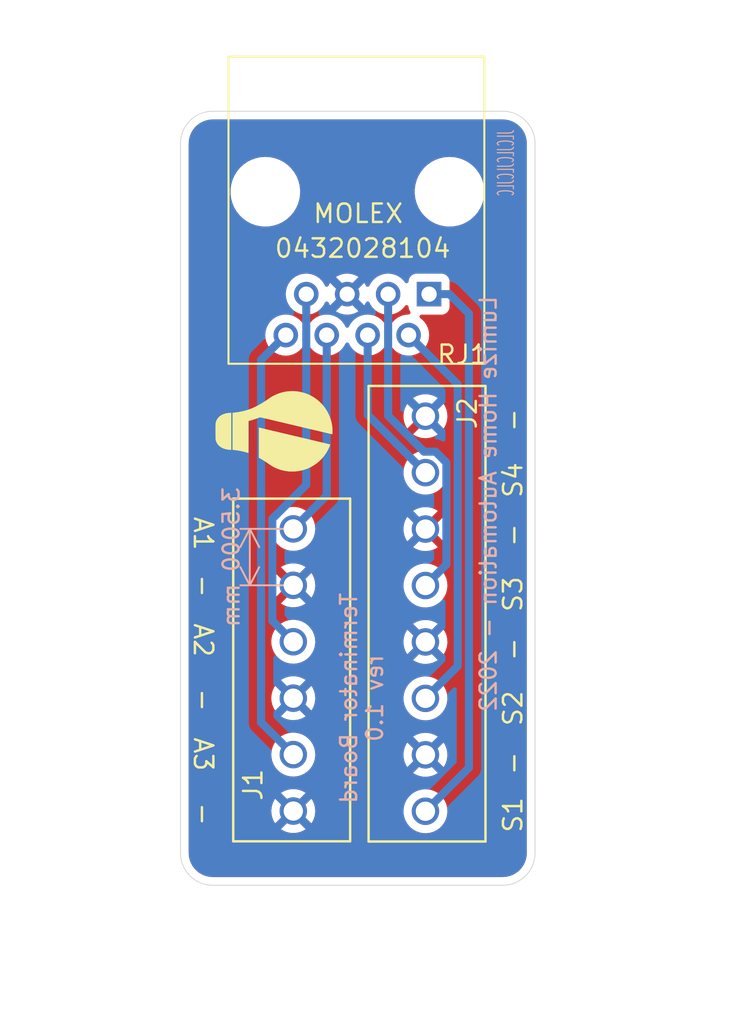
<source format=kicad_pcb>
(kicad_pcb (version 20211014) (generator pcbnew)
  (layers (0 "F.Cu" signal) (31 "B.Cu" signal) (34 "B.Paste" user) (35 "F.Paste" user) (36 "B.SilkS" user "B.Silkscreen") (37 "F.SilkS" user "F.Silkscreen") (38 "B.Mask" user) (39 "F.Mask" user) (44 "Edge.Cuts" user))
  (net 0 "")
  (net 1 "AUX3")
  (net 2 "SW1")
  (net 3 "GND")
  (net 4 "SW4")
  (net 5 "AUX2")
  (net 6 "AUX1")
  (net 7 "SW3")
  (net 8 "SW2")
  (footprint "easyeda:CONN8_1776275-8" (layer "F.Cu") (at 115.2 93.412 90)
    (fp_text reference "J1" (at 0.562 -10.7 -90) (layer "F.SilkS") (effects (font (size 1.143 1.143) (thickness 0.152)) (justify left)))
    (fp_text value "*")
    (fp_line (start -1.877 3.727) (end 26.377 3.727) (layer "F.SilkS") (width 0.152))
    (fp_line (start 26.377 -3.527) (end -1.877 -3.527) (layer "F.SilkS") (width 0.152))
    (fp_line (start -1.877 -3.527) (end -1.877 3.727) (layer "F.SilkS") (width 0.152))
    (fp_line (start 26.377 3.727) (end 26.377 -3.527) (layer "F.SilkS") (width 0.152))
    (pad "1" thru_hole circle locked (at 0 0 90) (size 1.702 1.702) (drill oval 1.194 1.199) (layers *.Cu *.Paste *.Mask) (net 2 "SW1"))
    (pad "2" thru_hole circle locked (at 3.5 0 90) (size 1.702 1.702) (drill oval 1.194 1.199) (layers *.Cu *.Paste *.Mask) (net 3 "GND"))
    (pad "3" thru_hole circle locked (at 7 0 90) (size 1.702 1.702) (drill oval 1.194 1.199) (layers *.Cu *.Paste *.Mask) (net 8 "SW2"))
    (pad "4" thru_hole circle locked (at 10.5 0 90) (size 1.702 1.702) (drill oval 1.194 1.199) (layers *.Cu *.Paste *.Mask) (net 3 "GND"))
    (pad "5" thru_hole circle locked (at 14 0 90) (size 1.702 1.702) (drill oval 1.194 1.199) (layers *.Cu *.Paste *.Mask) (net 7 "SW3"))
    (pad "6" thru_hole circle locked (at 17.5 0 90) (size 1.702 1.702) (drill oval 1.194 1.199) (layers *.Cu *.Paste *.Mask) (net 3 "GND"))
    (pad "7" thru_hole circle locked (at 21 0 90) (size 1.702 1.702) (drill oval 1.194 1.199) (layers *.Cu *.Paste *.Mask) (net 4 "SW4"))
    (pad "8" thru_hole circle locked (at 24.5 0 90) (size 1.702 1.702) (drill oval 1.194 1.199) (layers *.Cu *.Paste *.Mask) (net 3 "GND"))
  )
  (footprint "easyeda:RJ45-TH_0432028104" (layer "F.Cu") (at 110.98 62.612 180)
    (fp_text reference "RJ1" (at -4.859 -2.478) (layer "F.SilkS") (effects (font (size 1.143 1.143) (thickness 0.152)) (justify left)))
    (fp_text value "0432028104" hide)
    (fp_line (start 8.001 16.002) (end 8.001 -3.048) (layer "F.SilkS") (width 0.129))
    (fp_line (start -7.874 -3.048) (end -7.874 16.002) (layer "F.SilkS") (width 0.129))
    (fp_line (start 8.001 -3.048) (end -7.874 -3.048) (layer "F.SilkS") (width 0.129))
    (fp_line (start -7.874 16.002) (end 7.879 16.002) (layer "F.SilkS") (width 0.129))
    (pad "" np_thru_hole circle locked (at 5.715 7.62) (size 3.3 3.3) (drill 3.3) (layers *.Cu *.Mask))
    (pad "" np_thru_hole circle locked (at -5.715 7.62) (size 3.3 3.3) (drill 3.3) (layers *.Cu *.Mask))
    (pad "1" thru_hole rect locked (at -4.445 1.27 180) (size 1.524 1.524) (drill 0.95) (layers *.Cu *.Paste *.Mask) (net 2 "SW1"))
    (pad "2" thru_hole circle locked (at -3.175 -1.27 180) (size 1.524 1.524) (drill 0.95) (layers *.Cu *.Paste *.Mask) (net 8 "SW2"))
    (pad "3" thru_hole circle locked (at -1.905 1.27 180) (size 1.524 1.524) (drill 0.95) (layers *.Cu *.Paste *.Mask) (net 7 "SW3"))
    (pad "4" thru_hole circle locked (at -0.635 -1.27 180) (size 1.524 1.524) (drill 0.95) (layers *.Cu *.Paste *.Mask) (net 4 "SW4"))
    (pad "5" thru_hole circle locked (at 0.635 1.27 180) (size 1.524 1.524) (drill 0.95) (layers *.Cu *.Paste *.Mask) (net 3 "GND"))
    (pad "6" thru_hole circle locked (at 1.905 -1.27 180) (size 1.524 1.524) (drill 0.95) (layers *.Cu *.Paste *.Mask) (net 6 "AUX1"))
    (pad "7" thru_hole circle locked (at 3.175 1.27 180) (size 1.524 1.524) (drill 0.95) (layers *.Cu *.Paste *.Mask) (net 5 "AUX2"))
    (pad "8" thru_hole circle locked (at 4.445 -1.27 180) (size 1.524 1.524) (drill 0.95) (layers *.Cu *.Paste *.Mask) (net 1 "AUX3"))
  )
  (footprint "easyeda:CONN6_1776275-6" (layer "F.Cu") (at 107 75.9 -90)
    (fp_text reference "J2" (at -8.25 -10.8 -90) (layer "F.SilkS") (effects (font (size 1.143 1.143) (thickness 0.152)) (justify right)))
    (fp_text value "*")
    (fp_line (start -1.877 -3.527) (end -1.877 3.727) (layer "F.SilkS") (width 0.152))
    (fp_line (start 19.377 3.727) (end 19.377 -3.527) (layer "F.SilkS") (width 0.152))
    (fp_line (start 19.377 -3.527) (end -1.877 -3.527) (layer "F.SilkS") (width 0.152))
    (fp_line (start -1.877 3.727) (end 19.377 3.727) (layer "F.SilkS") (width 0.152))
    (pad "1" thru_hole circle locked (at 0 0 270) (size 1.702 1.702) (drill oval 1.194 1.199) (layers *.Cu *.Paste *.Mask) (net 6 "AUX1"))
    (pad "2" thru_hole circle locked (at 3.5 0 270) (size 1.702 1.702) (drill oval 1.194 1.199) (layers *.Cu *.Paste *.Mask) (net 3 "GND"))
    (pad "3" thru_hole circle locked (at 7 0 270) (size 1.702 1.702) (drill oval 1.194 1.199) (layers *.Cu *.Paste *.Mask) (net 5 "AUX2"))
    (pad "4" thru_hole circle locked (at 10.5 0 270) (size 1.702 1.702) (drill oval 1.194 1.199) (layers *.Cu *.Paste *.Mask) (net 3 "GND"))
    (pad "5" thru_hole circle locked (at 14 0 270) (size 1.702 1.702) (drill oval 1.194 1.199) (layers *.Cu *.Paste *.Mask) (net 1 "AUX3"))
    (pad "6" thru_hole circle locked (at 17.5 0 270) (size 1.702 1.702) (drill oval 1.194 1.199) (layers *.Cu *.Paste *.Mask) (net 3 "GND"))
  )
  (footprint "Logo:Lumize_Logo_Small" (layer "F.Cu") (at 105.8 69.85 -90)
    (fp_text reference "G***" hide)
    (fp_text value "LOGO" hide)
    (fp_poly (pts (xy 1.146628 2.684374) (xy 1.145171 2.723789) (xy 1.141152 2.772808) (xy 1.135098 2.826854) (xy 1.127538 2.88135) (xy 1.118998 2.931717) (xy 1.116843 2.942771) (xy 1.088532 3.055435) (xy 1.050782 3.159825) (xy 1.004124 3.255218) (xy 0.949088 3.340889) (xy 0.886204 3.416113) (xy 0.816 3.480167) (xy 0.739008 3.532326) (xy 0.657173 3.571321) (xy 0.630617 3.581616) (xy 0.607372 3.590489) (xy 0.586173 3.598048) (xy 0.565753 3.604404) (xy 0.544849 3.609664) (xy 0.522194 3.613939) (xy 0.496523 3.617336) (xy 0.466571 3.619965) (xy 0.431073 3.621935) (xy 0.388763 3.623355) (xy 0.338376 3.624333) (xy 0.278647 3.624979) (xy 0.208311 3.625402) (xy 0.126101 3.62571) (xy 0.030754 3.626013) (xy 0.021771 3.626043) (xy -0.078964 3.626312) (xy -0.166183 3.626389) (xy -0.240883 3.626258) (xy -0.304063 3.625904) (xy -0.356719 3.625312) (xy -0.399848 3.624465) (xy -0.434449 3.623349) (xy -0.461518 3.621947) (xy -0.482053 3.620245) (xy -0.497052 3.618227) (xy -0.498524 3.617963) (xy -0.600917 3.592312) (xy -0.695023 3.554773) (xy -0.78072 3.505458) (xy -0.857885 3.444478) (xy -0.926395 3.371946) (xy -0.986128 3.287973) (xy -1.036962 3.192672) (xy -1.078054 3.088311) (xy -1.10011 3.013001) (xy -1.118829 2.93049) (xy -1.133375 2.845702) (xy -1.142913 2.763558) (xy -1.146611 2.688982) (xy -1.146629 2.683882) (xy -1.146629 2.648857) (xy 1.146628 2.648857) (xy 1.146628 2.684374)) (layer "F.SilkS") (width 0.01) (fill solid))
    (fp_poly (pts (xy 0.824658 -3.488529) (xy 0.844013 -3.482512) (xy 0.872804 -3.47212) (xy 0.909105 -3.458084) (xy 0.95099 -3.441135) (xy 0.996533 -3.422004) (xy 1.012306 -3.415219) (xy 1.177498 -3.335902) (xy 1.336012 -3.244093) (xy 1.487161 -3.14052) (xy 1.630259 -3.025911) (xy 1.764618 -2.900995) (xy 1.889552 -2.766498) (xy 2.004374 -2.62315) (xy 2.108398 -2.471678) (xy 2.200935 -2.31281) (xy 2.2813 -2.147275) (xy 2.335662 -2.012451) (xy 2.394728 -1.831441) (xy 2.43991 -1.647723) (xy 2.471209 -1.462114) (xy 2.488624 -1.275428) (xy 2.492154 -1.088481) (xy 2.4818 -0.902088) (xy 2.457562 -0.717066) (xy 2.41944 -0.534229) (xy 2.367433 -0.354393) (xy 2.335859 -0.264886) (xy 2.304733 -0.185135) (xy 2.272607 -0.110013) (xy 2.238312 -0.037407) (xy 2.200675 0.034798) (xy 2.158526 0.108712) (xy 2.110692 0.18645) (xy 2.056003 0.270124) (xy 1.993287 0.361847) (xy 1.969735 0.395514) (xy 1.93341 0.448373) (xy 1.892104 0.510477) (xy 1.847977 0.578437) (xy 1.803187 0.648861) (xy 1.759894 0.718359) (xy 1.720256 0.78354) (xy 1.689977 0.834871) (xy 1.631356 0.936171) (xy 0.698717 0.936171) (xy 0.563335 0.936167) (xy 0.441732 0.936148) (xy 0.333172 0.936103) (xy 0.236918 0.93602) (xy 0.152235 0.935889) (xy 0.078388 0.935699) (xy 0.01464 0.935439) (xy -0.039745 0.935097) (xy -0.085501 0.934663) (xy -0.123366 0.934126) (xy -0.154075 0.933475) (xy -0.178363 0.932698) (xy -0.196967 0.931785) (xy -0.210622 0.930725) (xy -0.220065 0.929507) (xy -0.22603 0.92812) (xy -0.229254 0.926552) (xy -0.230473 0.924793) (xy -0.230422 0.922832) (xy -0.23029 0.922284) (xy -0.228347 0.914194) (xy -0.223186 0.89252) (xy -0.214936 0.857804) (xy -0.203725 0.810586) (xy -0.189682 0.751406) (xy -0.172934 0.680804) (xy -0.15361 0.599322) (xy -0.131837 0.5075) (xy -0.107744 0.405877) (xy -0.081458 0.294995) (xy -0.053109 0.175394) (xy -0.022823 0.047614) (xy 0.00927 -0.087804) (xy 0.043043 -0.23032) (xy 0.078368 -0.379393) (xy 0.115116 -0.534483) (xy 0.15316 -0.695049) (xy 0.192371 -0.860551) (xy 0.232621 -1.030449) (xy 0.273783 -1.204201) (xy 0.293949 -1.28933) (xy 0.335476 -1.464616) (xy 0.376146 -1.636241) (xy 0.41583 -1.803668) (xy 0.454402 -1.966361) (xy 0.491734 -2.123783) (xy 0.527698 -2.275397) (xy 0.562167 -2.420667) (xy 0.595013 -2.559056) (xy 0.626109 -2.690027) (xy 0.655327 -2.813044) (xy 0.682539 -2.927569) (xy 0.707619 -3.033066) (xy 0.730439 -3.128999) (xy 0.750871 -3.21483) (xy 0.768787 -3.290022) (xy 0.784061 -3.35404) (xy 0.796564 -3.406347) (xy 0.806169 -3.446405) (xy 0.812749 -3.473678) (xy 0.816175 -3.487629) (xy 0.816666 -3.48944) (xy 0.824658 -3.488529)) (layer "F.SilkS") (width 0.01) (fill solid))
    (fp_poly (pts (xy 0.021625 -3.624644) (xy 0.069914 -3.624219) (xy 0.111528 -3.623531) (xy 0.144579 -3.622621) (xy 0.167177 -3.621531) (xy 0.177434 -3.620304) (xy 0.177792 -3.62011) (xy 0.176521 -3.612753) (xy 0.17202 -3.591806) (xy 0.164414 -3.557803) (xy 0.153828 -3.511274) (xy 0.140386 -3.452753) (xy 0.124212 -3.382772) (xy 0.105432 -3.301862) (xy 0.084171 -3.210556) (xy 0.060552 -3.109385) (xy 0.034701 -2.998883) (xy 0.006743 -2.879581) (xy -0.023199 -2.752011) (xy -0.054999 -2.616706) (xy -0.088533 -2.474198) (xy -0.123676 -2.325019) (xy -0.160303 -2.1697) (xy -0.198289 -2.008775) (xy -0.237511 -1.842775) (xy -0.277843 -1.672232) (xy -0.319161 -1.49768) (xy -0.348332 -1.374533) (xy -0.398319 -1.163569) (xy -0.445064 -0.966265) (xy -0.488673 -0.782158) (xy -0.529252 -0.610785) (xy -0.566906 -0.451683) (xy -0.601743 -0.304389) (xy -0.633868 -0.168441) (xy -0.663388 -0.043375) (xy -0.690409 0.071271) (xy -0.715037 0.17596) (xy -0.737378 0.271155) (xy -0.757539 0.357319) (xy -0.775625 0.434914) (xy -0.791744 0.504404) (xy -0.806 0.566252) (xy -0.818501 0.62092) (xy -0.829353 0.668871) (xy -0.838661 0.710568) (xy -0.846532 0.746474) (xy -0.853073 0.777052) (xy -0.858389 0.802765) (xy -0.862586 0.824075) (xy -0.865772 0.841445) (xy -0.868051 0.855339) (xy -0.869531 0.866219) (xy -0.870317 0.874548) (xy -0.870516 0.880789) (xy -0.870233 0.885405) (xy -0.869576 0.888858) (xy -0.86865 0.891611) (xy -0.868442 0.892119) (xy -0.803345 1.054785) (xy -0.747834 1.209224) (xy -0.701216 1.35746) (xy -0.670252 1.471386) (xy -0.642305 1.582057) (xy 0.350909 1.582057) (xy 0.491181 1.582065) (xy 0.617646 1.582096) (xy 0.731008 1.582159) (xy 0.831975 1.582261) (xy 0.921254 1.582412) (xy 0.999549 1.58262) (xy 1.067568 1.582894) (xy 1.126017 1.583243) (xy 1.175602 1.583675) (xy 1.21703 1.584199) (xy 1.251007 1.584824) (xy 1.278239 1.585559) (xy 1.299432 1.586412) (xy 1.315294 1.587391) (xy 1.326529 1.588506) (xy 1.333845 1.589765) (xy 1.337947 1.591177) (xy 1.339543 1.59275) (xy 1.339459 1.594213) (xy 1.335963 1.604927) (xy 1.329179 1.627047) (xy 1.319869 1.658043) (xy 1.308794 1.695382) (xy 1.299 1.728722) (xy 1.248865 1.919642) (xy 1.207127 2.120488) (xy 1.174226 2.329048) (xy 1.165038 2.402114) (xy 1.160366 2.441766) (xy 1.155918 2.479447) (xy 1.152167 2.511159) (xy 1.149584 2.532905) (xy 1.149387 2.534557) (xy 1.145266 2.569029) (xy -0.000681 2.569029) (xy -0.128445 2.568995) (xy -0.252212 2.568896) (xy -0.371207 2.568735) (xy -0.484658 2.568516) (xy -0.591792 2.568243) (xy -0.691835 2.56792) (xy -0.784015 2.567549) (xy -0.867557 2.567136) (xy -0.941689 2.566683) (xy -1.005636 2.566194) (xy -1.058627 2.565672) (xy -1.099888 2.565123) (xy -1.128645 2.564548) (xy -1.144126 2.563952) (xy -1.14672 2.563586) (xy -1.147533 2.554923) (xy -1.149732 2.534289) (xy -1.153047 2.504132) (xy -1.157211 2.4669) (xy -1.161098 2.432568) (xy -1.191599 2.210435) (xy -1.231554 1.996445) (xy -1.280728 1.791658) (xy -1.338888 1.597131) (xy -1.357629 1.542143) (xy -1.419168 1.380911) (xy -1.492616 1.213691) (xy -1.577301 1.041735) (xy -1.672552 0.866297) (xy -1.777698 0.688628) (xy -1.892068 0.509982) (xy -1.977529 0.384629) (xy -2.022203 0.320368) (xy -2.059672 0.265555) (xy -2.091357 0.217961) (xy -2.118677 0.175361) (xy -2.143052 0.135527) (xy -2.165904 0.096232) (xy -2.18865 0.055249) (xy -2.19483 0.043844) (xy -2.277807 -0.124971) (xy -2.347223 -0.298097) (xy -2.403109 -0.474755) (xy -2.445496 -0.654167) (xy -2.474415 -0.835557) (xy -2.4899 -1.018145) (xy -2.491979 -1.201154) (xy -2.480687 -1.383807) (xy -2.456053 -1.565324) (xy -2.418109 -1.744928) (xy -2.366887 -1.921841) (xy -2.302418 -2.095286) (xy -2.224734 -2.264483) (xy -2.133866 -2.428656) (xy -2.092078 -2.49546) (xy -1.983249 -2.650315) (xy -1.863894 -2.795444) (xy -1.734611 -2.930444) (xy -1.595995 -3.054916) (xy -1.448643 -3.168457) (xy -1.293152 -3.270666) (xy -1.130119 -3.361142) (xy -0.960139 -3.439483) (xy -0.78381 -3.505289) (xy -0.601728 -3.558158) (xy -0.468086 -3.587855) (xy -0.408921 -3.598875) (xy -0.35578 -3.607528) (xy -0.305494 -3.614081) (xy -0.254896 -3.618802) (xy -0.200817 -3.621958) (xy -0.140089 -3.623818) (xy -0.069542 -3.62465) (xy -0.031451 -3.624762) (xy 0.021625 -3.624644)) (layer "F.SilkS") (width 0.01) (fill solid))
  )
  (gr_line (start 100 52) (end 100 96) (layer "Edge.Cuts") (width 0.05))
  (gr_line (start 102 98) (end 120 98) (layer "Edge.Cuts") (width 0.05))
  (gr_line (start 122 96) (end 122 52) (layer "Edge.Cuts") (width 0.05))
  (gr_line (start 102 50) (end 120 50) (layer "Edge.Cuts") (width 0.05))
  (gr_arc (start 102 98) (mid 100.585786 97.414214) (end 100 96) (layer "Edge.Cuts") (width 0.05))
  (gr_arc (start 122 96) (mid 121.414214 97.414214) (end 120 98) (layer "Edge.Cuts") (width 0.05))
  (gr_arc (start 120 50) (mid 121.414214 50.585786) (end 122 52) (layer "Edge.Cuts") (width 0.05))
  (gr_arc (start 100 52) (mid 100.585786 50.585786) (end 102 50) (layer "Edge.Cuts") (width 0.05))
  (gr_text "Lumize Home Automation - 2022" (at 119.1 74.35 90) (layer "B.SilkS") (effects (font (size 1 1)) (justify mirror)))
  (gr_text "Terminator Board\nrev 1.0" (at 111.25 86.4 90) (layer "B.SilkS") (effects (font (size 1 1)) (justify mirror)))
  (gr_text "JLCJLCJLCJLC" (at 120.2 53.2 90) (layer "B.SilkS") (effects (font (size 1 0.4) (thickness 0.07)) (justify mirror)))
  (gr_text "-" (at 101.416 78.633 -90) (layer "F.SilkS") (effects (font (size 1.143 1.143) (thickness 0.152)) (justify left)))
  (gr_text "A1" (at 101.417 75.055 -90) (layer "F.SilkS") (effects (font (size 1.143 1.143) (thickness 0.152)) (justify left)))
  (gr_text "-" (at 120.631 69.961 90) (layer "F.SilkS") (effects (font (size 1.143 1.143) (thickness 0.152)) (justify left)))
  (gr_text "S4" (at 120.631 74.061 90) (layer "F.SilkS") (effects (font (size 1.143 1.143) (thickness 0.152)) (justify left)))
  (gr_text "-" (at 120.631 77.092 90) (layer "F.SilkS") (effects (font (size 1.143 1.143) (thickness 0.152)) (justify left)))
  (gr_text "S3" (at 120.63 81.138 90) (layer "F.SilkS") (effects (font (size 1.143 1.143) (thickness 0.152)) (justify left)))
  (gr_text "-" (at 120.631 84.169 90) (layer "F.SilkS") (effects (font (size 1.143 1.143) (thickness 0.152)) (justify left)))
  (gr_text "S2" (at 120.631 88.216 90) (layer "F.SilkS") (effects (font (size 1.143 1.143) (thickness 0.152)) (justify left)))
  (gr_text "-" (at 120.631 91.245 90) (layer "F.SilkS") (effects (font (size 1.143 1.143) (thickness 0.152)) (justify left)))
  (gr_text "S1" (at 120.631 94.824 90) (layer "F.SilkS") (effects (font (size 1.143 1.143) (thickness 0.152)) (justify left)))
  (gr_text "-" (at 101.416 92.787 -90) (layer "F.SilkS") (effects (font (size 1.143 1.143) (thickness 0.152)) (justify left)))
  (gr_text "A3" (at 101.417 88.74 -90) (layer "F.SilkS") (effects (font (size 1.143 1.143) (thickness 0.152)) (justify left)))
  (gr_text "-" (at 101.416 85.71 -90) (layer "F.SilkS") (effects (font (size 1.143 1.143) (thickness 0.152)) (justify left)))
  (gr_text "A2" (at 101.417 81.663 -90) (layer "F.SilkS") (effects (font (size 1.143 1.143) (thickness 0.152)) (justify left)))
  (gr_text "MOLEX" (at 108.15 56.343) (layer "F.SilkS") (effects (font (size 1.143 1.143) (thickness 0.152)) (justify left)))
  (gr_text "0432028104" (at 105.76 58.502) (layer "F.SilkS") (effects (font (size 1.143 1.143) (thickness 0.152)) (justify left)))
  (dimension (type aligned) (layer "B.SilkS") (pts (xy 107 75.9) (xy 107 79.4)) (height 2.7) (gr_text "3.5000 mm" (at 103.15 77.65 90) (layer "B.SilkS") (effects (font (size 1 1) (thickness 0.15)) (justify mirror))) (format (units 2) (units_format 1) (precision 4)) (style (thickness 0.12) (arrow_length 1.27) (text_position_mode 0) (extension_height 0.58642) (extension_offset 0) keep_text_aligned))
  (segment (start 106.535 63.882) (end 104.998989 65.418011) (width 0.5) (layer "B.Cu") (net 1))
  (segment (start 104.998989 87.898989) (end 107 89.9) (width 0.5) (layer "B.Cu") (net 1))
  (segment (start 104.998989 65.418011) (end 104.998989 87.898989) (width 0.5) (layer "B.Cu") (net 1))
  (segment (start 115.714 61.342) (end 115.425 61.342) (width 0.5) (layer "B.Cu") (net 2))
  (segment (start 116.687 61.342) (end 117.901021 62.556021) (width 0.5) (layer "B.Cu") (net 2))
  (segment (start 115.425 61.342) (end 116.687 61.342) (width 0.5) (layer "B.Cu") (net 2))
  (segment (start 117.901021 90.710979) (end 115.2 93.412) (width 0.5) (layer "B.Cu") (net 2))
  (segment (start 117.901021 62.556021) (end 117.901021 90.710979) (width 0.5) (layer "B.Cu") (net 2))
  (segment (start 111.615 68.827) (end 115.2 72.412) (width 0.5) (layer "B.Cu") (net 4))
  (segment (start 111.615 63.882) (end 111.615 68.827) (width 0.5) (layer "B.Cu") (net 4))
  (segment (start 105.698999 75.275519) (end 105.698999 81.598999) (width 0.5) (layer "B.Cu") (net 5))
  (segment (start 105.698999 81.598999) (end 107 82.9) (width 0.5) (layer "B.Cu") (net 5))
  (segment (start 107.805 61.342) (end 107.805 73.169518) (width 0.5) (layer "B.Cu") (net 5))
  (segment (start 107.805 73.169518) (end 105.698999 75.275519) (width 0.5) (layer "B.Cu") (net 5))
  (segment (start 109.075 63.882) (end 109.075 73.825) (width 0.5) (layer "B.Cu") (net 6))
  (segment (start 109.075 73.825) (end 107 75.9) (width 0.5) (layer "B.Cu") (net 6))
  (segment (start 115.110999 71.110999) (end 115.824481 71.110999) (width 0.5) (layer "B.Cu") (net 7))
  (segment (start 115.824481 71.110999) (end 116.501001 71.787519) (width 0.5) (layer "B.Cu") (net 7))
  (segment (start 116.501001 78.110999) (end 115.2 79.412) (width 0.5) (layer "B.Cu") (net 7))
  (segment (start 112.885 68.885) (end 115.110999 71.110999) (width 0.5) (layer "B.Cu") (net 7))
  (segment (start 116.501001 71.787519) (end 116.501001 78.110999) (width 0.5) (layer "B.Cu") (net 7))
  (segment (start 112.885 61.342) (end 112.885 68.885) (width 0.5) (layer "B.Cu") (net 7))
  (segment (start 114.155 63.882) (end 114.155 63.924) (width 0.5) (layer "F.Cu") (net 8))
  (segment (start 117.201011 66.928011) (end 117.201011 84.410989) (width 0.5) (layer "B.Cu") (net 8))
  (segment (start 114.155 63.882) (end 117.201011 66.928011) (width 0.5) (layer "B.Cu") (net 8))
  (segment (start 117.201011 84.410989) (end 115.2 86.412) (width 0.5) (layer "B.Cu") (net 8))
  (zone (net 3) (net_name "GND") (layer "F.Cu") (connect_pads (clearance 0.508)) (min_thickness 0.254) (fill yes (thermal_gap 0.508) (thermal_bridge_width 0.508))
    (polygon (pts (xy 132.8 104.1) (xy 90.6 104.1) (xy 90.6 44.6) (xy 132.8 44.6)))
  )
  (zone (net 3) (net_name "GND") (layer "B.Cu") (connect_pads (clearance 0.508)) (min_thickness 0.254) (fill yes (thermal_gap 0.508) (thermal_bridge_width 0.508))
    (polygon (pts (xy 134.6 106.6) (xy 88.8 106.6) (xy 88.8 43.1) (xy 134.6 43.1)))
  )
)
</source>
